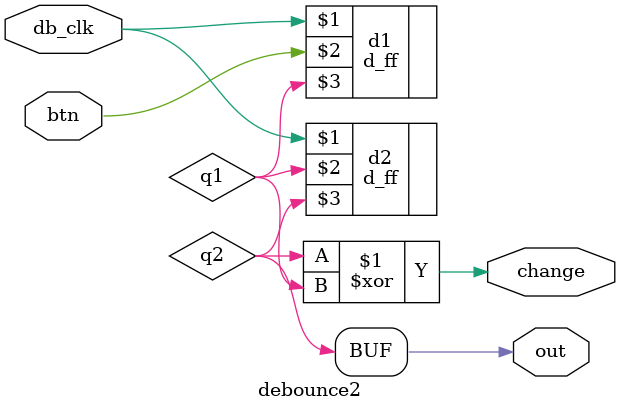
<source format=v>
`timescale 1ns / 1ps

module debounce2(
        input btn, db_clk,
        output out, change
    );
//    wire clk_out;
    wire q1;
    wire q2;
//    reg clock_period = 12_500_000;

//    slow_clock db_clk(clk_in, clock_period, clk_out);
    d_ff d1 (db_clk, btn, q1);
    d_ff d2 (db_clk, q1, q2);
    
//    if (q1 == 1'b1 && q2 == 1'b1)
//        temp = 1'b1;
//    else
//        temp = 1'b0;
    assign out = q2;
    assign change = q2 ^ q1;
endmodule

</source>
